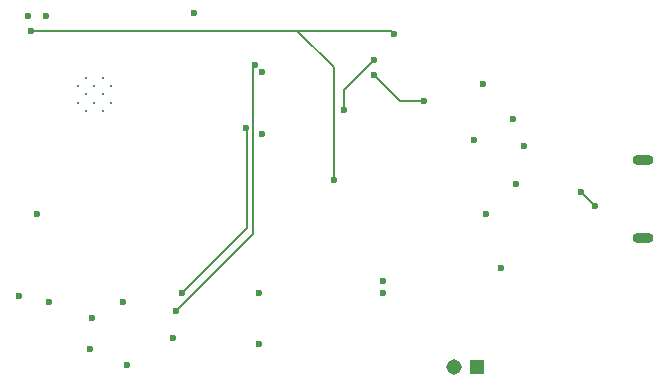
<source format=gbr>
%TF.GenerationSoftware,KiCad,Pcbnew,8.0.8-8.0.8-0~ubuntu24.04.1*%
%TF.CreationDate,2025-02-07T13:21:18-05:00*%
%TF.ProjectId,snowboard,736e6f77-626f-4617-9264-2e6b69636164,rev?*%
%TF.SameCoordinates,Original*%
%TF.FileFunction,Copper,L4,Bot*%
%TF.FilePolarity,Positive*%
%FSLAX46Y46*%
G04 Gerber Fmt 4.6, Leading zero omitted, Abs format (unit mm)*
G04 Created by KiCad (PCBNEW 8.0.8-8.0.8-0~ubuntu24.04.1) date 2025-02-07 13:21:18*
%MOMM*%
%LPD*%
G01*
G04 APERTURE LIST*
%TA.AperFunction,ComponentPad*%
%ADD10O,1.800000X0.900000*%
%TD*%
%TA.AperFunction,ComponentPad*%
%ADD11R,1.308000X1.308000*%
%TD*%
%TA.AperFunction,ComponentPad*%
%ADD12C,1.308000*%
%TD*%
%TA.AperFunction,ComponentPad*%
%ADD13C,0.300000*%
%TD*%
%TA.AperFunction,ViaPad*%
%ADD14C,0.600000*%
%TD*%
%TA.AperFunction,Conductor*%
%ADD15C,0.200000*%
%TD*%
G04 APERTURE END LIST*
D10*
%TO.P,J1,S5,SHIELD__4*%
%TO.N,unconnected-(J1-SHIELD__4-PadS5)*%
X190750000Y-130550000D03*
%TO.P,J1,S6,SHIELD__5*%
%TO.N,unconnected-(J1-SHIELD__5-PadS6)*%
X190750000Y-123950000D03*
%TD*%
D11*
%TO.P,J2,1,1*%
%TO.N,+BATT*%
X176750000Y-141500000D03*
D12*
%TO.P,J2,2,2*%
%TO.N,GND*%
X174750000Y-141500000D03*
%TD*%
D13*
%TO.P,U1,51*%
%TO.N,N/C*%
X145050000Y-119800000D03*
%TO.P,U1,50*%
X143650000Y-119800000D03*
%TO.P,U1,49*%
X145750000Y-119100000D03*
%TO.P,U1,48*%
X144350000Y-119100000D03*
%TO.P,U1,47*%
X142950000Y-119100000D03*
%TO.P,U1,46*%
X145050000Y-118400000D03*
%TO.P,U1,45*%
X143650000Y-118400000D03*
%TO.P,U1,44*%
X145750000Y-117700000D03*
%TO.P,U1,43*%
X144350000Y-117700000D03*
%TO.P,U1,42*%
X142950000Y-117700000D03*
%TO.P,U1,41*%
X145050000Y-117000000D03*
%TO.P,U1,40*%
X143650000Y-117000000D03*
%TD*%
D14*
%TO.N,GND*%
X144160122Y-137339878D03*
X144000000Y-140000000D03*
%TO.N,+3.3V*%
X140500000Y-136000000D03*
X147102040Y-141318205D03*
%TO.N,GND*%
X151000000Y-139000000D03*
X140250000Y-111750000D03*
X177250000Y-117500000D03*
X146750000Y-136000000D03*
X180750000Y-122750000D03*
X176500000Y-122250000D03*
X138000000Y-135500000D03*
X180000000Y-126000000D03*
X139500000Y-128500000D03*
X168750000Y-134250000D03*
X152750000Y-111500000D03*
%TO.N,VBUS*%
X178750000Y-133117600D03*
X179750000Y-120500000D03*
X168750000Y-135250000D03*
X177500000Y-128500000D03*
%TO.N,+3.3V*%
X138750000Y-111750000D03*
X158500000Y-116500000D03*
X158250000Y-139500000D03*
X158500000Y-121750000D03*
X158250000Y-135250000D03*
%TO.N,/D_N*%
X185500000Y-126650000D03*
X186750000Y-127900000D03*
%TO.N,/AEN*%
X139000000Y-113000000D03*
X169750000Y-113300000D03*
X164625000Y-125625000D03*
%TO.N,/IO0*%
X165500000Y-119750000D03*
X168000000Y-115500000D03*
%TO.N,/DTR*%
X168000000Y-116750000D03*
X172250000Y-119000000D03*
%TO.N,/I2C_SCL*%
X151250000Y-136750000D03*
X157905740Y-115917211D03*
%TO.N,/I2C_SDA*%
X151750000Y-135250000D03*
X157170000Y-121250000D03*
%TD*%
D15*
%TO.N,/D_N*%
X185500000Y-126650000D02*
X186750000Y-127900000D01*
%TO.N,/AEN*%
X162500000Y-113000000D02*
X161500000Y-113000000D01*
X164625000Y-116125000D02*
X161500000Y-113000000D01*
X164625000Y-125625000D02*
X164625000Y-116125000D01*
X161500000Y-113000000D02*
X139000000Y-113000000D01*
X169750000Y-113300000D02*
X169450000Y-113000000D01*
X169450000Y-113000000D02*
X162500000Y-113000000D01*
%TO.N,/IO0*%
X168000000Y-115500000D02*
X165500000Y-118000000D01*
X165500000Y-118000000D02*
X165500000Y-119750000D01*
%TO.N,/DTR*%
X168000000Y-116750000D02*
X170250000Y-119000000D01*
X170250000Y-119000000D02*
X172250000Y-119000000D01*
%TO.N,/I2C_SCL*%
X157750000Y-122018529D02*
X157770000Y-121998529D01*
X157770000Y-121998529D02*
X157770000Y-120341471D01*
X157750000Y-130250000D02*
X157750000Y-122018529D01*
X157770000Y-120341471D02*
X157750000Y-120321471D01*
X157750000Y-120321471D02*
X157750000Y-116072951D01*
X157750000Y-116072951D02*
X157905740Y-115917211D01*
X151250000Y-136750000D02*
X157750000Y-130250000D01*
%TO.N,/I2C_SDA*%
X157250000Y-129750000D02*
X157250000Y-121330000D01*
X157250000Y-121330000D02*
X157170000Y-121250000D01*
X151750000Y-135250000D02*
X157250000Y-129750000D01*
%TD*%
M02*

</source>
